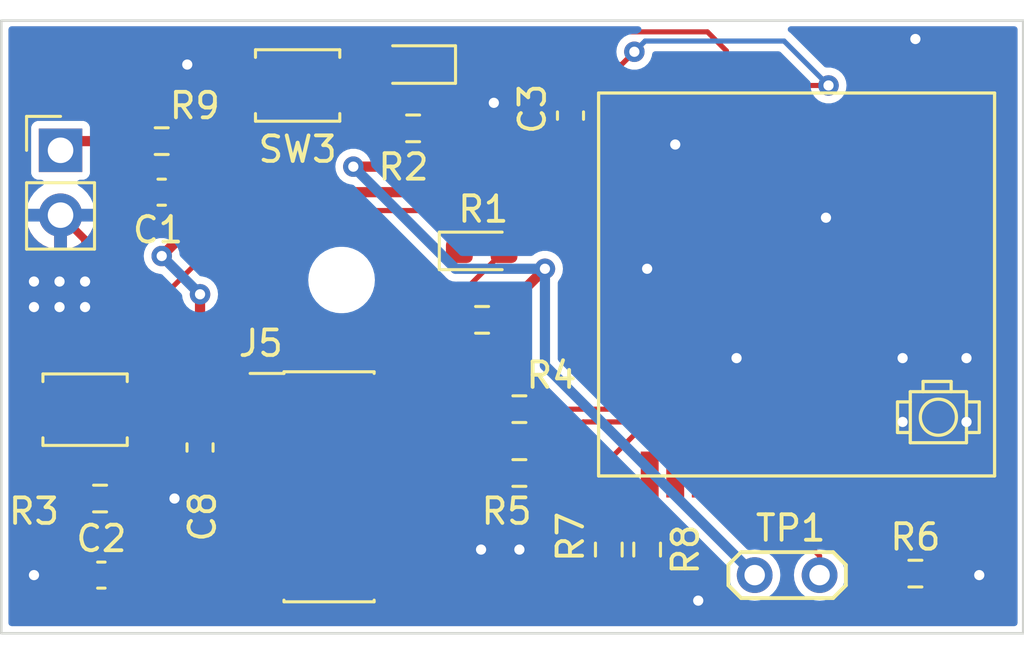
<source format=kicad_pcb>
(kicad_pcb (version 20221018) (generator pcbnew)
  (layers (0 "F.Cu" signal) (31 "B.Cu" signal) (34 "B.Paste" user) (35 "F.Paste" user) (36 "B.SilkS" user "B.Silkscreen") (37 "F.SilkS" user "F.Silkscreen") (38 "B.Mask" user) (39 "F.Mask" user) (44 "Edge.Cuts" user))
  (net 0 "")
  (net 1 "GND")
  (net 2 "3V3")
  (net 3 "/RST")
  (net 6 "Net-(J5-JTMS{slash}SWDIO)")
  (net 7 "Net-(J5-JCLK{slash}SWCLK)")
  (net 13 "Net-(J5-VCP_RX)")
  (net 14 "Net-(J5-VCP_TX)")
  (net 15 "Net-(D2-K)")
  (net 16 "Net-(D2-A)")
  (net 17 "/SWCLK")
  (net 18 "/SWDIO")
  (net 19 "/PA1")
  (net 20 "/RX2")
  (net 21 "/TX2")
  (net 22 "Net-(battery1-+)")
  (net 23 "Net-(U$3-BOOT0)")
  (net 24 "/PA15")
  (net 25 "/TX1")
  (net 26 "/RX1")
  (net 27 "/SCL")
  (net 28 "/SDA")
  (net 30 "/MOSI")
  (net 31 "/MISO")
  (net 32 "/SCK")
  (net 33 "/NSS")
  (net 34 "/PA8")
  (net 35 "Net-(D3-K)")
  (net 36 "Net-(D3-A)")
  (net 37 "/A1")
  (net 38 "/D2")
  (net 39 "/PA0")
  (net 40 "/D4")
  (net 41 "/A3")
  (net 42 "/D3")
  (footprint "Resistor_SMD:R_0603_1608Metric_Pad0.98x0.95mm_HandSolder" (layer "F.Cu") (at 153 99 180)
    (fp_text reference "R5" (at 0.5 -1.5) (layer "F.SilkS"))
    (fp_text value "100")
    (fp_line (start -0.254724 -0.5225) (end 0.254724 -0.5225) (stroke (width 0.12)) (layer "F.SilkS"))
    (fp_line (start -0.254724 0.5225) (end 0.254724 0.5225) (stroke (width 0.12)) (layer "F.SilkS"))
    (pad "1" smd roundrect (at -0.9125 0 180) (size 0.975 0.95) (layers "F.Cu" "F.Paste" "F.Mask") (net 18 "/SWDIO"))
    (pad "2" smd roundrect (at 0.9125 0 180) (size 0.975 0.95) (layers "F.Cu" "F.Paste" "F.Mask") (net 6 "Net-(J5-JTMS{slash}SWDIO)"))
  )
  (footprint "Capacitor_SMD:C_0603_1608Metric_Pad1.08x0.95mm_HandSolder" (layer "F.Cu") (at 140.5 98 -90)
    (fp_text reference "C8" (at 2.710221 -0.095378 90) (layer "F.SilkS"))
    (fp_text value "100nF")
    (fp_line (start -0.146267 -0.51) (end 0.146267 -0.51) (stroke (width 0.12)) (layer "F.SilkS"))
    (fp_line (start -0.146267 0.51) (end 0.146267 0.51) (stroke (width 0.12)) (layer "F.SilkS"))
    (pad "1" smd roundrect (at -0.8625 0 270) (size 1.075 0.95) (layers "F.Cu" "F.Paste" "F.Mask") (net 2 "3V3"))
    (pad "2" smd roundrect (at 0.8625 0 270) (size 1.075 0.95) (layers "F.Cu" "F.Paste" "F.Mask") (net 1 "GND"))
  )
  (footprint "Diode_SMD:D_0603_1608Metric_Pad1.05x0.95mm_HandSolder" (layer "F.Cu") (at 151.525 90.3)
    (fp_text reference "D2" hide)
    (fp_text value "GREEN")
    (fp_line (start -1.66 -0.735) (end -1.66 0.735) (stroke (width 0.12)) (layer "F.SilkS"))
    (fp_line (start -1.66 0.735) (end 0.8 0.735) (stroke (width 0.12)) (layer "F.SilkS"))
    (fp_line (start 0.8 -0.735) (end -1.66 -0.735) (stroke (width 0.12)) (layer "F.SilkS"))
    (pad "1" smd roundrect (at -0.875 0) (size 1.05 0.95) (layers "F.Cu" "F.Paste" "F.Mask") (net 15 "Net-(D2-K)"))
    (pad "2" smd roundrect (at 0.875 0) (size 1.05 0.95) (layers "F.Cu" "F.Paste" "F.Mask") (net 16 "Net-(D2-A)"))
  )
  (footprint "Capacitor_SMD:C_0603_1608Metric_Pad1.08x0.95mm_HandSolder" (layer "F.Cu") (at 139 88)
    (fp_text reference "C1" (at -0.146453 1.47841) (layer "F.SilkS"))
    (fp_text value "10uF")
    (fp_line (start -0.146267 -0.51) (end 0.146267 -0.51) (stroke (width 0.12)) (layer "F.SilkS"))
    (fp_line (start -0.146267 0.51) (end 0.146267 0.51) (stroke (width 0.12)) (layer "F.SilkS"))
    (pad "1" smd roundrect (at -0.8625 0) (size 1.075 0.95) (layers "F.Cu" "F.Paste" "F.Mask") (net 1 "GND"))
    (pad "2" smd roundrect (at 0.8625 0) (size 1.075 0.95) (layers "F.Cu" "F.Paste" "F.Mask") (net 2 "3V3"))
  )
  (footprint "Capacitor_SMD:C_0603_1608Metric_Pad1.08x0.95mm_HandSolder" (layer "F.Cu") (at 136.6375 103)
    (fp_text reference "C2" (at 0 -1.43) (layer "F.SilkS"))
    (fp_text value "100nF")
    (fp_line (start -0.146267 -0.51) (end 0.146267 -0.51) (stroke (width 0.12)) (layer "F.SilkS"))
    (fp_line (start -0.146267 0.51) (end 0.146267 0.51) (stroke (width 0.12)) (layer "F.SilkS"))
    (pad "1" smd roundrect (at -0.8625 0) (size 1.075 0.95) (layers "F.Cu" "F.Paste" "F.Mask") (net 1 "GND"))
    (pad "2" smd roundrect (at 0.8625 0) (size 1.075 0.95) (layers "F.Cu" "F.Paste" "F.Mask") (net 3 "/RST"))
  )
  (footprint "Resistor_SMD:R_0603_1608Metric_Pad0.98x0.95mm_HandSolder" (layer "F.Cu") (at 156.5 102 -90)
    (fp_text reference "R8" (at 0 -3 90) (layer "F.SilkS"))
    (fp_text value "100")
    (fp_line (start -0.254724 -0.5225) (end 0.254724 -0.5225) (stroke (width 0.12)) (layer "F.SilkS"))
    (fp_line (start -0.254724 0.5225) (end 0.254724 0.5225) (stroke (width 0.12)) (layer "F.SilkS"))
    (pad "1" smd roundrect (at -0.9125 0 270) (size 0.975 0.95) (layers "F.Cu" "F.Paste" "F.Mask") (net 21 "/TX2"))
    (pad "2" smd roundrect (at 0.9125 0 270) (size 0.975 0.95) (layers "F.Cu" "F.Paste" "F.Mask") (net 14 "Net-(J5-VCP_TX)"))
  )
  (footprint "TestPoint:TestPoint_2Pads_Pitch2.54mm_Drill0.8mm" (layer "F.Cu") (at 164.75 103 180)
    (fp_text reference "TP1" (at 1.130579 1.839126) (layer "F.SilkS"))
    (fp_text value "TestPoint_2Pole" hide)
    (fp_line (start -1.03 -0.4) (end -0.53 -0.9) (stroke (width 0.15)) (layer "F.SilkS"))
    (fp_line (start -1.03 0.4) (end -1.03 -0.4) (stroke (width 0.15)) (layer "F.SilkS"))
    (fp_line (start -0.53 -0.9) (end 3.07 -0.9) (stroke (width 0.15)) (layer "F.SilkS"))
    (fp_line (start -0.53 0.9) (end -1.03 0.4) (stroke (width 0.15)) (layer "F.SilkS"))
    (fp_line (start 3.07 -0.9) (end 3.57 -0.4) (stroke (width 0.15)) (layer "F.SilkS"))
    (fp_line (start 3.07 0.9) (end -0.53 0.9) (stroke (width 0.15)) (layer "F.SilkS"))
    (fp_line (start 3.57 -0.4) (end 3.57 0.4) (stroke (width 0.15)) (layer "F.SilkS"))
    (fp_line (start 3.57 0.4) (end 3.07 0.9) (stroke (width 0.15)) (layer "F.SilkS"))
    (pad "1" thru_hole circle (at 0 0 180) (size 1.4 1.4) (drill 0.8) (layers "*.Cu" "*.Mask") (net 19 "/PA1"))
    (pad "2" thru_hole circle (at 2.54 0 180) (size 1.4 1.4) (drill 0.8) (layers "*.Cu" "*.Mask") (net 2 "3V3"))
  )
  (footprint "Resistor_SMD:R_0603_1608Metric_Pad0.98x0.95mm_HandSolder" (layer "F.Cu") (at 153 96.5 180)
    (fp_text reference "R4" (at -1.255873 1.325779) (layer "F.SilkS"))
    (fp_text value "100")
    (fp_line (start -0.254724 -0.5225) (end 0.254724 -0.5225) (stroke (width 0.12)) (layer "F.SilkS"))
    (fp_line (start -0.254724 0.5225) (end 0.254724 0.5225) (stroke (width 0.12)) (layer "F.SilkS"))
    (pad "1" smd roundrect (at -0.9125 0 180) (size 0.975 0.95) (layers "F.Cu" "F.Paste" "F.Mask") (net 17 "/SWCLK"))
    (pad "2" smd roundrect (at 0.9125 0 180) (size 0.975 0.95) (layers "F.Cu" "F.Paste" "F.Mask") (net 7 "Net-(J5-JCLK{slash}SWCLK)"))
  )
  (footprint "Diode_SMD:D_0603_1608Metric_Pad1.05x0.95mm_HandSolder" (layer "F.Cu") (at 148.84 83 180)
    (fp_text reference "D3" hide)
    (fp_text value "RED")
    (fp_line (start -1.66 -0.735) (end -1.66 0.735) (stroke (width 0.12)) (layer "F.SilkS"))
    (fp_line (start -1.66 0.735) (end 0.8 0.735) (stroke (width 0.12)) (layer "F.SilkS"))
    (fp_line (start 0.8 -0.735) (end -1.66 -0.735) (stroke (width 0.12)) (layer "F.SilkS"))
    (pad "1" smd roundrect (at -0.875 0 180) (size 1.05 0.95) (layers "F.Cu" "F.Paste" "F.Mask") (net 35 "Net-(D3-K)"))
    (pad "2" smd roundrect (at 0.875 0 180) (size 1.05 0.95) (layers "F.Cu" "F.Paste" "F.Mask") (net 36 "Net-(D3-A)"))
  )
  (footprint "Capacitor_SMD:C_0603_1608Metric_Pad1.08x0.95mm_HandSolder" (layer "F.Cu") (at 155 85 -90)
    (fp_text reference "C3" (at -0.266579 1.491043 90) (layer "F.SilkS"))
    (fp_text value "100nF")
    (fp_line (start -0.146267 -0.51) (end 0.146267 -0.51) (stroke (width 0.12)) (layer "F.SilkS"))
    (fp_line (start -0.146267 0.51) (end 0.146267 0.51) (stroke (width 0.12)) (layer "F.SilkS"))
    (pad "1" smd roundrect (at -0.8625 0 270) (size 1.075 0.95) (layers "F.Cu" "F.Paste" "F.Mask") (net 1 "GND"))
    (pad "2" smd roundrect (at 0.8625 0 270) (size 1.075 0.95) (layers "F.Cu" "F.Paste" "F.Mask") (net 2 "3V3"))
  )
  (footprint "Resistor_SMD:R_0603_1608Metric_Pad0.98x0.95mm_HandSolder" (layer "F.Cu") (at 151.54 93)
    (fp_text reference "R1" (at 0.046936 -4.332443) (layer "F.SilkS"))
    (fp_text value "1K")
    (fp_line (start -0.254724 -0.5225) (end 0.254724 -0.5225) (stroke (width 0.12)) (layer "F.SilkS"))
    (fp_line (start -0.254724 0.5225) (end 0.254724 0.5225) (stroke (width 0.12)) (layer "F.SilkS"))
    (pad "1" smd roundrect (at -0.9125 0) (size 0.975 0.95) (layers "F.Cu" "F.Paste" "F.Mask") (net 16 "Net-(D2-A)"))
    (pad "2" smd roundrect (at 0.9125 0) (size 0.975 0.95) (layers "F.Cu" "F.Paste" "F.Mask") (net 2 "3V3"))
  )
  (footprint "Button_Switch_SMD:SW_SPST_B3U-1000P" (layer "F.Cu") (at 136 96.52)
    (fp_text reference "SW4" hide)
    (fp_text value "RST")
    (fp_line (start -1.65 -1.4) (end 1.65 -1.4) (stroke (width 0.12)) (layer "F.SilkS"))
    (fp_line (start -1.65 -1.1) (end -1.65 -1.4) (stroke (width 0.12)) (layer "F.SilkS"))
    (fp_line (start -1.65 1.1) (end -1.65 1.4) (stroke (width 0.12)) (layer "F.SilkS"))
    (fp_line (start -1.65 1.4) (end 1.65 1.4) (stroke (width 0.12)) (layer "F.SilkS"))
    (fp_line (start 1.65 -1.4) (end 1.65 -1.1) (stroke (width 0.12)) (layer "F.SilkS"))
    (fp_line (start 1.65 1.4) (end 1.65 1.1) (stroke (width 0.12)) (layer "F.SilkS"))
    (pad "1" smd rect (at -1.7 0) (size 0.9 1.7) (layers "F.Cu" "F.Paste" "F.Mask") (net 1 "GND"))
    (pad "2" smd rect (at 1.7 0) (size 0.9 1.7) (layers "F.Cu" "F.Paste" "F.Mask") (net 3 "/RST"))
  )
  (footprint "Library:3drak" (layer "F.Cu") (at 163.835 91.66)
    (fp_text reference "U$3" hide)
    (fp_text value "RAK3172HF" hide)
    (fp_line (start -7.735 -7.545) (end -7.735 7.455) (stroke (width 0.127)) (layer "F.SilkS"))
    (fp_line (start -7.735 7.455) (end 7.765 7.455) (stroke (width 0.127)) (layer "F.SilkS"))
    (fp_line (start 3.965 4.555) (end 4.465 4.555) (stroke (width 0.127)) (layer "F.SilkS"))
    (fp_line (start 3.965 5.755) (end 3.965 4.555) (stroke (width 0.127)) (layer "F.SilkS"))
    (fp_line (start 3.965 5.755) (end 4.465 5.755) (stroke (width 0.127)) (layer "F.SilkS"))
    (fp_line (start 4.465 4.155) (end 4.965 4.155) (stroke (width 0.127)) (layer "F.SilkS"))
    (fp_line (start 4.465 4.555) (end 4.465 4.155) (stroke (width 0.127)) (layer "F.SilkS"))
    (fp_line (start 4.465 5.755) (end 4.465 4.555) (stroke (width 0.127)) (layer "F.SilkS"))
    (fp_line (start 4.465 6.155) (end 4.465 5.755) (stroke (width 0.127)) (layer "F.SilkS"))
    (fp_line (start 4.965 3.755) (end 4.965 4.155) (stroke (width 0.127)) (layer "F.SilkS"))
    (fp_line (start 4.965 4.155) (end 6.065 4.155) (stroke (width 0.127)) (layer "F.SilkS"))
    (fp_line (start 6.065 3.755) (end 4.965 3.755) (stroke (width 0.127)) (layer "F.SilkS"))
    (fp_line (start 6.065 3.755) (end 6.065 4.155) (stroke (width 0.127)) (layer "F.SilkS"))
    (fp_line (start 6.065 4.155) (end 6.665 4.155) (stroke (width 0.127)) (layer "F.SilkS"))
    (fp_line (start 6.665 4.155) (end 6.665 4.555) (stroke (width 0.127)) (layer "F.SilkS"))
    (fp_line (start 6.665 4.555) (end 6.665 5.755) (stroke (width 0.127)) (layer "F.SilkS"))
    (fp_line (start 6.665 4.555) (end 7.165 4.555) (stroke (width 0.127)) (layer "F.SilkS"))
    (fp_line (start 6.665 5.755) (end 6.665 6.155) (stroke (width 0.127)) (layer "F.SilkS"))
    (fp_line (start 6.665 6.155) (end 4.465 6.155) (stroke (width 0.127)) (layer "F.SilkS"))
    (fp_line (start 7.165 4.555) (end 7.165 5.755) (stroke (width 0.127)) (layer "F.SilkS"))
    (fp_line (start 7.165 5.755) (end 6.665 5.755) (stroke (width 0.127)) (layer "F.SilkS"))
    (fp_line (start 7.765 -7.545) (end -7.735 -7.545) (stroke (width 0.127)) (layer "F.SilkS"))
    (fp_line (start 7.765 7.455) (end 7.765 -7.545) (stroke (width 0.127)) (layer "F.SilkS"))
    (fp_circle (center 5.565 5.155) (end 4.857894 5.155) (stroke (width 0.127)) (fill none) (layer "F.SilkS"))
    (pad "1" smd rect (at -5.735 7.4 270) (size 1.8 0.7) (layers "F.Cu" "F.Paste") (net 20 "/RX2"))
    (pad "2" smd rect (at -4.735 7.4 270) (size 1.8 0.7) (layers "F.Cu" "F.Paste") (net 21 "/TX2"))
    (pad "3" smd rect (at -3.735 7.4 270) (size 1.8 0.7) (layers "F.Cu" "F.Paste") (net 24 "/PA15"))
    (pad "4" smd rect (at -2.735 7.4 270) (size 1.8 0.7) (layers "F.Cu" "F.Paste") (net 25 "/TX1"))
    (pad "5" smd rect (at -1.735 7.4 270) (size 1.8 0.7) (layers "F.Cu" "F.Paste") (net 26 "/RX1"))
    (pad "6" smd rect (at -0.735 7.4 270) (size 1.8 0.7) (layers "F.Cu" "F.Paste") (net 19 "/PA1"))
    (pad "7" smd rect (at 0.265 7.4 270) (size 1.8 0.7) (layers "F.Cu" "F.Paste") (net 18 "/SWDIO"))
    (pad "8" smd rect (at 1.265 7.4 270) (size 1.8 0.7) (layers "F.Cu" "F.Paste") (net 17 "/SWCLK"))
    (pad "9" smd rect (at 2.265 7.4 270) (size 1.8 0.7) (layers "F.Cu" "F.Paste") (net 27 "/SCL"))
    (pad "10" smd rect (at 3.265 7.4 270) (size 1.8 0.7) (layers "F.Cu" "F.Paste") (net 28 "/SDA"))
    (pad "11" smd rect (at 4.265 7.4 270) (size 1.8 0.7) (layers "F.Cu" "F.Paste") (net 1 "GND"))
    (pad "12" smd rect (at 5.265 7.4 270) (size 1.8 0.7) (layers "F.Cu" "F.Paste"))
    (pad "13" smd rect (at 7.4 -0.555) (size 1.8 0.7) (layers "F.Cu" "F.Paste") (net 30 "/MOSI"))
    (pad "14" smd rect (at 7.4 -1.555) (size 1.8 0.7) (layers "F.Cu" "F.Paste") (net 31 "/MISO"))
    (pad "15" smd rect (at 7.4 -2.555) (size 1.8 0.7) (layers "F.Cu" "F.Paste") (net 32 "/SCK"))
    (pad "16" smd rect (at 7.4 -3.555) (size 1.8 0.7) (layers "F.Cu" "F.Paste") (net 33 "/NSS"))
    (pad "17" smd rect (at 5.265 -7.4 270) (size 1.8 0.7) (layers "F.Cu" "F.Paste") (net 1 "GND"))
    (pad "18" smd rect (at 4.265 -7.4 270) (size 1.8 0.7) (layers "F.Cu" "F.Paste") (net 1 "GND"))
    (pad "19" smd rect (at 3.265 -7.4 270) (size 1.8 0.7) (layers "F.Cu" "F.Paste") (net 34 "/PA8"))
    (pad "20" smd rect (at -1.735 -7.4 270) (size 1.8 0.7) (layers "F.Cu" "F.Paste") (net 35 "Net-(D3-K)"))
    (pad "21" smd rect (at -2.735 -7.4 270) (size 1.8 0.7) (layers "F.Cu" "F.Paste") (net 23 "Net-(U$3-BOOT0)"))
    (pad "22" smd rect (at -3.735 -7.4 270) (size 1.8 0.7) (layers "F.Cu" "F.Paste") (net 3 "/RST"))
    (pad "23" smd rect (at -4.735 -7.4 270) (size 1.8 0.7) (layers "F.Cu" "F.Paste") (net 1 "GND"))
    (pad "24" smd rect (at -5.735 -7.4 270) (size 1.8 0.7) (layers "F.Cu" "F.Paste") (net 2 "3V3"))
    (pad "25" smd rect (at -7.4 -3.555) (size 1.8 0.7) (layers "F.Cu" "F.Paste") (net 15 "Net-(D2-K)"))
    (pad "26" smd rect (at -7.4 -2.555) (size 1.8 0.7) (layers "F.Cu" "F.Paste") (net 37 "/A1"))
    (pad "27" smd rect (at -7.4 -1.555) (size 1.8 0.7) (layers "F.Cu" "F.Paste") (net 38 "/D2"))
    (pad "28" smd rect (at -7.4 -0.555) (size 1.8 0.7) (layers "F.Cu" "F.Paste") (net 1 "GND"))
    (pad "29" smd rect (at -7.4 0.445) (size 1.8 0.7) (layers "F.Cu" "F.Paste") (net 39 "/PA0"))
    (pad "30" smd rect (at -7.4 1.445) (size 1.8 0.7) (layers "F.Cu" "F.Paste") (net 40 "/D4"))
    (pad "31" smd rect (at -7.4 2.445) (size 1.8 0.7) (layers "F.Cu" "F.Paste") (net 41 "/A3"))
    (pad "32" smd rect (at -7.4 3.445) (size 1.8 0.7) (layers "F.Cu" "F.Paste") (net 42 "/D3"))
  )
  (footprint "Button_Switch_SMD:SW_SPST_B3U-1000P" (layer "F.Cu") (at 144.32 83.82 180)
    (fp_text reference "SW3" (at 0 -2.5) (layer "F.SilkS"))
    (fp_text value "BOOT")
    (fp_line (start -1.65 -1.4) (end 1.65 -1.4) (stroke (width 0.12)) (layer "F.SilkS"))
    (fp_line (start -1.65 -1.1) (end -1.65 -1.4) (stroke (width 0.12)) (layer "F.SilkS"))
    (fp_line (start -1.65 1.1) (end -1.65 1.4) (stroke (width 0.12)) (layer "F.SilkS"))
    (fp_line (start -1.65 1.4) (end 1.65 1.4) (stroke (width 0.12)) (layer "F.SilkS"))
    (fp_line (start 1.65 -1.4) (end 1.65 -1.1) (stroke (width 0.12)) (layer "F.SilkS"))
    (fp_line (start 1.65 1.4) (end 1.65 1.1) (stroke (width 0.12)) (layer "F.SilkS"))
    (pad "1" smd rect (at -1.7 0 180) (size 0.9 1.7) (layers "F.Cu" "F.Paste" "F.Mask") (net 23 "Net-(U$3-BOOT0)"))
    (pad "2" smd rect (at 1.7 0 180) (size 0.9 1.7) (layers "F.Cu" "F.Paste" "F.Mask") (net 2 "3V3"))
  )
  (footprint "Connector_PinHeader_1.27mm:PinHeader_2x07_P1.27mm_Vertical_SMD" (layer "F.Cu") (at 145.55 99.54)
    (fp_text reference "J5" (at -2.672222 -5.616916) (layer "F.SilkS"))
    (fp_text value "Conn_ST_STDC14" hide)
    (fp_line (start -3.09 -4.44) (end -1.765 -4.44) (stroke (width 0.12)) (layer "F.SilkS"))
    (fp_line (start -1.765 -4.505) (end -1.765 -4.44) (stroke (width 0.12)) (layer "F.SilkS"))
    (fp_line (start -1.765 -4.505) (end 1.765 -4.505) (stroke (width 0.12)) (layer "F.SilkS"))
    (fp_line (start -1.765 4.44) (end -1.765 4.505) (stroke (width 0.12)) (layer "F.SilkS"))
    (fp_line (start -1.765 4.505) (end 1.765 4.505) (stroke (width 0.12)) (layer "F.SilkS"))
    (fp_line (start 1.765 -4.505) (end 1.765 -4.44) (stroke (width 0.12)) (layer "F.SilkS"))
    (fp_line (start 1.765 4.44) (end 1.765 4.505) (stroke (width 0.12)) (layer "F.SilkS"))
    (pad "1" smd rect (at -1.95 -3.81) (size 2.4 0.74) (layers "F.Cu" "F.Paste" "F.Mask"))
    (pad "2" smd rect (at 1.95 -3.81) (size 2.4 0.74) (layers "F.Cu" "F.Paste" "F.Mask"))
    (pad "3" smd rect (at -1.95 -2.54) (size 2.4 0.74) (layers "F.Cu" "F.Paste" "F.Mask") (net 2 "3V3"))
    (pad "4" smd rect (at 1.95 -2.54) (size 2.4 0.74) (layers "F.Cu" "F.Paste" "F.Mask") (net 6 "Net-(J5-JTMS{slash}SWDIO)"))
    (pad "5" smd rect (at -1.95 -1.27) (size 2.4 0.74) (layers "F.Cu" "F.Paste" "F.Mask") (net 1 "GND"))
    (pad "6" smd rect (at 1.95 -1.27) (size 2.4 0.74) (layers "F.Cu" "F.Paste" "F.Mask") (net 7 "Net-(J5-JCLK{slash}SWCLK)"))
    (pad "7" smd rect (at -1.95 0) (size 2.4 0.74) (layers "F.Cu" "F.Paste" "F.Mask") (net 1 "GND"))
    (pad "8" smd rect (at 1.95 0) (size 2.4 0.74) (layers "F.Cu" "F.Paste" "F.Mask"))
    (pad "9" smd rect (at -1.95 1.27) (size 2.4 0.74) (layers "F.Cu" "F.Paste" "F.Mask"))
    (pad "10" smd rect (at 1.95 1.27) (size 2.4 0.74) (layers "F.Cu" "F.Paste" "F.Mask"))
    (pad "11" smd rect (at -1.95 2.54) (size 2.4 0.74) (layers "F.Cu" "F.Paste" "F.Mask"))
    (pad "12" smd rect (at 1.95 2.54) (size 2.4 0.74) (layers "F.Cu" "F.Paste" "F.Mask"))
    (pad "13" smd rect (at -1.95 3.81) (size 2.4 0.74) (layers "F.Cu" "F.Paste" "F.Mask") (net 13 "Net-(J5-VCP_RX)"))
    (pad "14" smd rect (at 1.95 3.81) (size 2.4 0.74) (layers "F.Cu" "F.Paste" "F.Mask") (net 14 "Net-(J5-VCP_TX)"))
  )
  (footprint "Resistor_SMD:R_0603_1608Metric_Pad0.98x0.95mm_HandSolder" (layer "F.Cu") (at 168.5 102.940989)
    (fp_text reference "R6" (at 0 -1.43) (layer "F.SilkS"))
    (fp_text value "4.7k")
    (fp_line (start -0.254724 -0.5225) (end 0.254724 -0.5225) (stroke (width 0.12)) (layer "F.SilkS"))
    (fp_line (start -0.254724 0.5225) (end 0.254724 0.5225) (stroke (width 0.12)) (layer "F.SilkS"))
    (pad "1" smd roundrect (at -0.9125 0) (size 0.975 0.95) (layers "F.Cu" "F.Paste" "F.Mask") (net 19 "/PA1"))
    (pad "2" smd roundrect (at 0.9125 0) (size 0.975 0.95) (layers "F.Cu" "F.Paste" "F.Mask") (net 1 "GND"))
  )
  (footprint "Resistor_SMD:R_0603_1608Metric_Pad0.98x0.95mm_HandSolder" (layer "F.Cu") (at 148.84 85.5)
    (fp_text reference "R2" (at -0.376348 1.515821) (layer "F.SilkS"))
    (fp_text value "1K")
    (fp_line (start -0.254724 -0.5225) (end 0.254724 -0.5225) (stroke (width 0.12)) (layer "F.SilkS"))
    (fp_line (start -0.254724 0.5225) (end 0.254724 0.5225) (stroke (width 0.12)) (layer "F.SilkS"))
    (pad "1" smd roundrect (at -0.9125 0) (size 0.975 0.95) (layers "F.Cu" "F.Paste" "F.Mask") (net 36 "Net-(D3-A)"))
    (pad "2" smd roundrect (at 0.9125 0) (size 0.975 0.95) (layers "F.Cu" "F.Paste" "F.Mask") (net 2 "3V3"))
  )
  (footprint "MountingHole:MountingHole_2.1mm" (layer "F.Cu") (at 146.04 91.44)
    (fp_text reference "REF**" hide)
    (fp_text value "MountingHole_2.1mm" hide)
    (pad "" np_thru_hole circle (at 0 0) (size 2 2) (drill 2.1) (layers "F&B.Cu" "*.Mask"))
  )
  (footprint "Resistor_SMD:R_0603_1608Metric_Pad0.98x0.95mm_HandSolder" (layer "F.Cu") (at 136.5875 100 180)
    (fp_text reference "R3" (at 2.5875 -0.5) (layer "F.SilkS"))
    (fp_text value "10K")
    (fp_line (start -0.254724 -0.5225) (end 0.254724 -0.5225) (stroke (width 0.12)) (layer "F.SilkS"))
    (fp_line (start -0.254724 0.5225) (end 0.254724 0.5225) (stroke (width 0.12)) (layer "F.SilkS"))
    (pad "1" smd roundrect (at -0.9125 0 180) (size 0.975 0.95) (layers "F.Cu" "F.Paste" "F.Mask") (net 2 "3V3"))
    (pad "2" smd roundrect (at 0.9125 0 180) (size 0.975 0.95) (layers "F.Cu" "F.Paste" "F.Mask") (net 3 "/RST"))
  )
  (footprint "Connector_PinHeader_2.54mm:PinHeader_1x02_P2.54mm_Vertical" (layer "F.Cu") (at 135.04 86.36)
    (fp_text reference "battery1" hide)
    (fp_text value "AAA")
    (fp_line (start -1.33 -1.33) (end 0 -1.33) (stroke (width 0.12)) (layer "F.SilkS"))
    (fp_line (start -1.33 0) (end -1.33 -1.33) (stroke (width 0.12)) (layer "F.SilkS"))
    (fp_line (start -1.33 1.27) (end -1.33 3.87) (stroke (width 0.12)) (layer "F.SilkS"))
    (fp_line (start -1.33 1.27) (end 1.33 1.27) (stroke (width 0.12)) (layer "F.SilkS"))
    (fp_line (start -1.33 3.87) (end 1.33 3.87) (stroke (width 0.12)) (layer "F.SilkS"))
    (fp_line (start 1.33 1.27) (end 1.33 3.87) (stroke (width 0.12)) (layer "F.SilkS"))
    (pad "1" thru_hole rect (at 0 0) (size 1.7 1.7) (drill 1) (layers "*.Cu" "*.Mask") (net 22 "Net-(battery1-+)"))
    (pad "2" thru_hole oval (at 0 2.54) (size 1.7 1.7) (drill 1) (layers "*.Cu" "*.Mask") (net 1 "GND"))
  )
  (footprint "Resistor_SMD:R_0603_1608Metric_Pad0.98x0.95mm_HandSolder" (layer "F.Cu") (at 139 86 180)
    (fp_text reference "R9" (at -1.295063 1.386706) (layer "F.SilkS"))
    (fp_text value "1")
    (fp_line (start -0.254724 -0.5225) (end 0.254724 -0.5225) (stroke (width 0.12)) (layer "F.SilkS"))
    (fp_line (start -0.254724 0.5225) (end 0.254724 0.5225) (stroke (width 0.12)) (layer "F.SilkS"))
    (pad "1" smd roundrect (at -0.9125 0 180) (size 0.975 0.95) (layers "F.Cu" "F.Paste" "F.Mask") (net 2 "3V3"))
    (pad "2" smd roundrect (at 0.9125 0 180) (size 0.975 0.95) (layers "F.Cu" "F.Paste" "F.Mask") (net 22 "Net-(battery1-+)"))
  )
  (footprint "Resistor_SMD:R_0603_1608Metric_Pad0.98x0.95mm_HandSolder" (layer "F.Cu") (at 158 102 -90)
    (fp_text reference "R7" (at -0.5 3 90) (layer "F.SilkS"))
    (fp_text value "100")
    (fp_line (start -0.254724 -0.5225) (end 0.254724 -0.5225) (stroke (width 0.12)) (layer "F.SilkS"))
    (fp_line (start -0.254724 0.5225) (end 0.254724 0.5225) (stroke (width 0.12)) (layer "F.SilkS"))
    (pad "1" smd roundrect (at -0.9125 0 270) (size 0.975 0.95) (layers "F.Cu" "F.Paste" "F.Mask") (net 20 "/RX2"))
    (pad "2" smd roundrect (at 0.9125 0 270) (size 0.975 0.95) (layers "F.Cu" "F.Paste" "F.Mask") (net 13 "Net-(J5-VCP_RX)"))
  )
  (gr_rect (start 132.72 81.28) (end 172.72 105.28) (stroke (width 0.1)) (fill none) (layer "Edge.Cuts"))
  (segment (start 134.3 96.52) (end 134.3 92.8) (width 0.2) (layer "F.Cu") (net 1))
  (segment (start 140.5 98.8625) (end 141.1375 98.8625) (width 0.2) (layer "F.Cu") (net 1))
  (segment (start 168.1 84.26) (end 168.1 82.4) (width 0.4) (layer "F.Cu") (net 1))
  (segment (start 157.895 91.105) (end 158 91) (width 0.4) (layer "F.Cu") (net 1))
  (segment (start 136 89.86) (end 135.04 88.9) (width 0.305) (layer "F.Cu") (net 1))
  (segment (start 135.435 103) (end 134 103) (width 0.4) (layer "F.Cu") (net 1))
  (segment (start 141.1375 98.8625) (end 141.73 98.27) (width 0.2) (layer "F.Cu") (net 1))
  (segment (start 169.1 84.26) (end 169.1 82.6) (width 0.4) (layer "F.Cu") (net 1))
  (segment (start 170.940989 102.940989) (end 171 103) (width 0.2) (layer "F.Cu") (net 1))
  (segment (start 143.6 99.54) (end 141.815 99.54) (width 0.2) (layer "F.Cu") (net 1))
  (segment (start 141.73 98.27) (end 143.6 98.27) (width 0.2) (layer "F.Cu") (net 1))
  (segment (start 140.5 99) (end 139.5 100) (width 0.2) (layer "F.Cu") (net 1))
  (segment (start 136 91.5) (end 136 89.86) (width 0.305) (layer "F.Cu") (net 1))
  (segment (start 168.1 97.1) (end 168 97) (width 0.4) (layer "F.Cu") (net 1))
  (segment (start 152.3625 84.1375) (end 152 84.5) (width 0.2) (layer "F.Cu") (net 1))
  (segment (start 159.1 86.132831) (end 159.1 84.26) (width 0.4) (layer "F.Cu") (net 1))
  (segment (start 156.435 91.105) (end 157.895 91.105) (width 0.4) (layer "F.Cu") (net 1))
  (segment (start 168.1 99.06) (end 168.1 97.1) (width 0.4) (layer "F.Cu") (net 1))
  (segment (start 134.3 92.8) (end 134 92.5) (width 0.2) (layer "F.Cu") (net 1))
  (segment (start 169.4125 102.940989) (end 170.940989 102.940989) (width 0.2) (layer "F.Cu") (net 1))
  (segment (start 141.815 99.54) (end 141.1375 98.8625) (width 0.2) (layer "F.Cu") (net 1))
  (segment (start 155 84.1375) (end 152.3625 84.1375) (width 0.2) (layer "F.Cu") (net 1))
  (segment (start 138.1375 89.3625) (end 136 91.5) (width 0.305) (layer "F.Cu") (net 1))
  (segment (start 168.1 82.4) (end 168.5 82) (width 0.4) (layer "F.Cu") (net 1))
  (segment (start 169.1 82.6) (end 168.5 82) (width 0.4) (layer "F.Cu") (net 1))
  (segment (start 140.5 98.8625) (end 140.5 99) (width 0.2) (layer "F.Cu") (net 1))
  (segment (start 138.1375 88) (end 138.1375 89.3625) (width 0.305) (layer "F.Cu") (net 1))
  (via (at 159.1 86.132831) (size 0.8) (drill 0.4) (layers "F.Cu" "B.Cu") (net 1))
  (via (at 170.5 97) (size 0.8) (drill 0.4) (layers "F.Cu" "B.Cu") (net 1))
  (via (at 151.5 102) (size 0.8) (drill 0.4) (layers "F.Cu" "B.Cu") (net 1))
  (via (at 171 103) (size 0.8) (drill 0.4) (layers "F.Cu" "B.Cu") (net 1))
  (via (at 170.5 94.5) (size 0.8) (drill 0.4) (layers "F.Cu" "B.Cu") (net 1))
  (via (at 139.5 100) (size 0.8) (drill 0.4) (layers "F.Cu" "B.Cu") (net 1))
  (via (at 136 92.5) (size 0.8) (drill 0.4) (layers "F.Cu" "B.Cu") (net 1))
  (via (at 168.5 82) (size 0.8) (drill 0.4) (layers "F.Cu" "B.Cu") (net 1))
  (via (at 161.5 94.5) (size 0.8) (drill 0.4) (layers "F.Cu" "B.Cu") (net 1))
  (via (at 134 103) (size 0.8) (drill 0.4) (layers "F.Cu" "B.Cu") (net 1))
  (via (at 168 97) (size 0.8) (drill 0.4) (layers "F.Cu" "B.Cu") (net 1))
  (via (at 160 104) (size 0.8) (drill 0.4) (layers "F.Cu" "B.Cu") (net 1))
  (via (at 158 91) (size 0.8) (drill 0.4) (layers "F.Cu" "B.Cu") (net 1))
  (via (at 134 91.5) (size 0.8) (drill 0.4) (layers "F.Cu" "B.Cu") (net 1))
  (via (at 136 91.5) (size 0.8) (drill 0.4) (layers "F.Cu" "B.Cu") (net 1))
  (via (at 135 92.5) (size 0.8) (drill 0.4) (layers "F.Cu" "B.Cu") (net 1))
  (via (at 134 92.5) (size 0.8) (drill 0.4) (layers "F.Cu" "B.Cu") (net 1))
  (via (at 140 83) (size 0.8) (drill 0.4) (layers "F.Cu" "B.Cu") (net 1))
  (via (at 168 94.5) (size 0.8) (drill 0.4) (layers "F.Cu" "B.Cu") (net 1))
  (via (at 152 84.5) (size 0.8) (drill 0.4) (layers "F.Cu" "B.Cu") (net 1))
  (via (at 153 102) (size 0.8) (drill 0.4) (layers "F.Cu" "B.Cu") (net 1))
  (via (at 135 91.5) (size 0.8) (drill 0.4) (layers "F.Cu" "B.Cu") (net 1))
  (via (at 165 89) (size 0.8) (drill 0.4) (layers "F.Cu" "B.Cu") (net 1))
  (segment (start 135.04 91.46) (end 135 91.5) (width 0.305) (layer "B.Cu") (net 1))
  (segment (start 157.6375 85.8625) (end 158.1 85.4) (width 0.4) (layer "F.Cu") (net 2))
  (segment (start 139.8625 88) (end 141 88) (width 0.4) (layer "F.Cu") (net 2))
  (segment (start 142.62 86.38) (end 142.62 83.82) (width 0.4) (layer "F.Cu") (net 2))
  (segment (start 139.8625 89.6375) (end 139.8625 88) (width 0.4) (layer "F.Cu") (net 2))
  (segment (start 139.8625 88) (end 149.5 88) (width 0.4) (layer "F.Cu") (net 2))
  (segment (start 151.6375 85.8625) (end 155 85.8625) (width 0.4) (layer "F.Cu") (net 2))
  (segment (start 152.4525 93) (end 152.4525 92.5475) (width 0.4) (layer "F.Cu") (net 2))
  (segment (start 139 98.5) (end 139 94.5) (width 0.4) (layer "F.Cu") (net 2))
  (segment (start 158.1 85.4) (end 158.1 84.26) (width 0.4) (layer "F.Cu") (net 2))
  (segment (start 140.5 94) (end 140.5 92) (width 0.4) (layer "F.Cu") (net 2))
  (segment (start 141 88) (end 142.62 86.38) (width 0.4) (layer "F.Cu") (net 2))
  (segment (start 139.5 94) (end 140.5 94) (width 0.4) (layer "F.Cu") (net 2))
  (segment (start 149.7525 85.5) (end 151.275 85.5) (width 0.4) (layer "F.Cu") (net 2))
  (segment (start 149.5 88) (end 151.6375 85.8625) (width 0.4) (layer "F.Cu") (net 2))
  (segment (start 139 94.5) (end 139.5 94) (width 0.4) (layer "F.Cu") (net 2))
  (segment (start 151.275 85.5) (end 151.6375 85.8625) (width 0.4) (layer "F.Cu") (net 2))
  (segment (start 143.4625 97.1375) (end 143.6 97) (width 0.4) (layer "F.Cu") (net 2))
  (segment (start 155 85.8625) (end 157.6375 85.8625) (width 0.4) (layer "F.Cu") (net 2))
  (segment (start 152.4525 92.5475) (end 154 91) (width 0.4) (layer "F.Cu") (net 2))
  (segment (start 148.5 87) (end 149.5 88) (width 0.4) (layer "F.Cu") (net 2))
  (segment (start 139.9125 87.95) (end 139.8625 88) (width 0.4) (layer "F.Cu") (net 2))
  (segment (start 137.5 100) (end 139 98.5) (width 0.4) (layer "F.Cu") (net 2))
  (segment (start 139.9125 86) (end 139.9125 87.95) (width 0.4) (layer "F.Cu") (net 2))
  (segment (start 140.5 97.1375) (end 143.4625 97.1375) (width 0.4) (layer "F.Cu") (net 2))
  (segment (start 139 90.5) (end 139.8625 89.6375) (width 0.4) (layer "F.Cu") (net 2))
  (segment (start 146.5 87) (end 148.5 87) (width 0.4) (layer "F.Cu") (net 2))
  (segment (start 140.5 97.1375) (end 140.5 94) (width 0.4) (layer "F.Cu") (net 2))
  (via (at 140.5 92) (size 0.8) (drill 0.4) (layers "F.Cu" "B.Cu") (net 2))
  (via (at 139 90.5) (size 0.8) (drill 0.4) (layers "F.Cu" "B.Cu") (net 2))
  (via (at 154 91) (size 0.8) (drill 0.4) (layers "F.Cu" "B.Cu") (net 2))
  (via (at 146.5 87) (size 0.8) (drill 0.4) (layers "F.Cu" "B.Cu") (net 2))
  (segment (start 139 90.5) (end 140.5 92) (width 0.4) (layer "B.Cu") (net 2))
  (segment (start 154 91) (end 154 94.79) (width 0.4) (layer "B.Cu") (net 2))
  (segment (start 150.5 91) (end 146.5 87) (width 0.4) (layer "B.Cu") (net 2))
  (segment (start 154 91) (end 150.5 91) (width 0.4) (layer "B.Cu") (net 2))
  (segment (start 154 94.79) (end 162.21 103) (width 0.4) (layer "B.Cu") (net 2))
  (segment (start 160.1 86.4) (end 160.1 84.26) (width 0.2) (layer "F.Cu") (net 3))
  (segment (start 137.7 96.52) (end 137.7 93.44) (width 0.2) (layer "F.Cu") (net 3))
  (segment (start 136.875 98.8) (end 137.7 98.8) (width 0.2) (layer "F.Cu") (net 3))
  (segment (start 137.7 93.44) (end 142.419758 88.720242) (width 0.2) (layer "F.Cu") (net 3))
  (segment (start 150.279758 88.720242) (end 152 87) (width 0.2) (layer "F.Cu") (net 3))
  (segment (start 142.419758 88.720242) (end 150.279758 88.720242) (width 0.2) (layer "F.Cu") (net 3))
  (segment (start 152 87) (end 159.5 87) (width 0.2) (layer "F.Cu") (net 3))
  (segment (start 159.5 87) (end 160.1 86.4) (width 0.2) (layer "F.Cu") (net 3))
  (segment (start 137.5 103) (end 137.5 101.825) (width 0.2) (layer "F.Cu") (net 3))
  (segment (start 135.675 100) (end 136.875 98.8) (width 0.2) (layer "F.Cu") (net 3))
  (segment (start 137.5 101.825) (end 135.675 100) (width 0.2) (layer "F.Cu") (net 3))
  (segment (start 137.7 98.8) (end 137.7 93.44) (width 0.2) (layer "F.Cu") (net 3))
  (segment (start 137.16 103) (end 137.5 102.66) (width 0.2) (layer "F.Cu") (net 3))
  (segment (start 150.0875 97) (end 147.5 97) (width 0.2) (layer "F.Cu") (net 6))
  (segment (start 152.0875 99) (end 150.0875 97) (width 0.2) (layer "F.Cu") (net 6))
  (segment (start 145.5 95) (end 145.5 97.5) (width 0.2) (layer "F.Cu") (net 7))
  (segment (start 146.193885 94.306115) (end 145.5 95) (width 0.2) (layer "F.Cu") (net 7))
  (segment (start 145.5 97.5) (end 146.27 98.27) (width 0.2) (layer "F.Cu") (net 7))
  (segment (start 150.806115 94.306115) (end 146.193885 94.306115) (width 0.2) (layer "F.Cu") (net 7))
  (segment (start 146.27 98.27) (end 147.5 98.27) (width 0.2) (layer "F.Cu") (net 7))
  (segment (start 152.0875 95.5875) (end 150.806115 94.306115) (width 0.2) (layer "F.Cu") (net 7))
  (segment (start 152.0875 96.5) (end 152.0875 95.5875) (width 0.2) (layer "F.Cu") (net 7))
  (segment (start 158 102.9125) (end 156.24549 104.66701) (width 0.2) (layer "F.Cu") (net 13))
  (segment (start 144.91701 104.66701) (end 143.6 103.35) (width 0.2) (layer "F.Cu") (net 13))
  (segment (start 156.24549 104.66701) (end 144.91701 104.66701) (width 0.2) (layer "F.Cu") (net 13))
  (segment (start 148.85 103.35) (end 147.5 103.35) (width 0.2) (layer "F.Cu") (net 14))
  (segment (start 156.5 102.9125) (end 155.4125 104) (width 0.2) (layer "F.Cu") (net 14))
  (segment (start 155.4125 104) (end 149.5 104) (width 0.2) (layer "F.Cu") (net 14))
  (segment (start 149.5 104) (end 148.85 103.35) (width 0.2) (layer "F.Cu") (net 14))
  (segment (start 152.845 88.105) (end 156.435 88.105) (width 0.2) (layer "F.Cu") (net 15))
  (segment (start 150.65 90.3) (end 152.845 88.105) (width 0.2) (layer "F.Cu") (net 15))
  (segment (start 152.4 90.3) (end 150.6275 92.0725) (width 0.2) (layer "F.Cu") (net 16))
  (segment (start 150.6275 92.0725) (end 150.6275 93) (width 0.2) (layer "F.Cu") (net 16))
  (segment (start 153.9125 96.5) (end 164 96.5) (width 0.2) (layer "F.Cu") (net 17))
  (segment (start 164 96.5) (end 165.1 97.6) (width 0.2) (layer "F.Cu") (net 17))
  (segment (start 165.1 97.6) (end 165.1 99.06) (width 0.2) (layer "F.Cu") (net 17))
  (segment (start 153.9125 98.5875) (end 155.5 97) (width 0.2) (layer "F.Cu") (net 18))
  (segment (start 153.9125 99) (end 153.9125 98.5875) (width 0.2) (layer "F.Cu") (net 18))
  (segment (start 164 99.16) (end 164.1 99.06) (width 0.2) (layer "F.Cu") (net 18))
  (segment (start 164.1 98.1) (end 164.1 99.06) (width 0.2) (layer "F.Cu") (net 18))
  (segment (start 155.5 97) (end 163 97) (width 0.2) (layer "F.Cu") (net 18))
  (segment (start 163 97) (end 164.1 98.1) (width 0.2) (layer "F.Cu") (net 18))
  (segment (start 163.1 100.6) (end 164 101.5) (width 0.2) (layer "F.Cu") (net 19))
  (segment (start 164 101.5) (end 164.75 102.25) (width 0.2) (layer "F.Cu") (net 19))
  (segment (start 166.146511 101.5) (end 164 101.5) (width 0.2) (layer "F.Cu") (net 19))
  (segment (start 163.1 99.06) (end 163.1 100.6) (width 0.2) (layer "F.Cu") (net 19))
  (segment (start 167.5875 102.940989) (end 166.146511 101.5) (width 0.2) (layer "F.Cu") (net 19))
  (segment (start 164.75 102.25) (end 164.75 103) (width 0.2) (layer "F.Cu") (net 19))
  (segment (start 158 101.0875) (end 158 99.16) (width 0.2) (layer "F.Cu") (net 20))
  (segment (start 157.9125 99.2475) (end 158.1 99.06) (width 0.2) (layer "F.Cu") (net 20))
  (segment (start 158 99.16) (end 158.1 99.06) (width 0.2) (layer "F.Cu") (net 20))
  (segment (start 158.5 97.5) (end 159.1 98.1) (width 0.2) (layer "F.Cu") (net 21))
  (segment (start 156.5 101.0875) (end 156.5 98.5) (width 0.2) (layer "F.Cu") (net 21))
  (segment (start 159.1 98.1) (end 159.1 99.06) (width 0.2) (layer "F.Cu") (net 21))
  (segment (start 156.5 98.5) (end 157.5 97.5) (width 0.2) (layer "F.Cu") (net 21))
  (segment (start 157.5 97.5) (end 158.5 97.5) (width 0.2) (layer "F.Cu") (net 21))
  (segment (start 135.4 86) (end 135.04 86.36) (width 0.4) (layer "F.Cu") (net 22))
  (segment (start 138.0875 86) (end 135.4 86) (width 0.4) (layer "F.Cu") (net 22))
  (segment (start 135.04 86.46) (end 135 86.5) (width 0.4) (layer "F.Cu") (net 22))
  (segment (start 161.1 82.46) (end 161.1 84.26) (width 0.2) (layer "F.Cu") (net 23))
  (segment (start 147.270295 81.719705) (end 160.359705 81.719705) (width 0.2) (layer "F.Cu") (net 23))
  (segment (start 160.359705 81.719705) (end 161.1 82.46) (width 0.2) (layer "F.Cu") (net 23))
  (segment (start 146.02 83.82) (end 146.02 82.97) (width 0.2) (layer "F.Cu") (net 23))
  (segment (start 146.02 82.97) (end 147.270295 81.719705) (width 0.2) (layer "F.Cu") (net 23))
  (segment (start 162.54 83.82) (end 162.1 84.26) (width 0.2) (layer "F.Cu") (net 35))
  (segment (start 157.5 82.5) (end 157 83) (width 0.2) (layer "F.Cu") (net 35))
  (segment (start 165.1 83.82) (end 162.54 83.82) (width 0.2) (layer "F.Cu") (net 35))
  (segment (start 157 83) (end 149.715 83) (width 0.2) (layer "F.Cu") (net 35))
  (via (at 157.5 82.5) (size 0.8) (drill 0.4) (layers "F.Cu" "B.Cu") (net 35))
  (via (at 165.1 83.82) (size 0.8) (drill 0.4) (layers "F.Cu" "B.Cu") (net 35))
  (segment (start 157.9205 82.0795) (end 163.3595 82.0795) (width 0.2) (layer "B.Cu") (net 35))
  (segment (start 157.5 82.5) (end 157.9205 82.0795) (width 0.2) (layer "B.Cu") (net 35))
  (segment (start 163.3595 82.0795) (end 165.1 83.82) (width 0.2) (layer "B.Cu") (net 35))
  (segment (start 147.965 85.4625) (end 147.9275 85.5) (width 0.2) (layer "F.Cu") (net 36))
  (segment (start 147.965 83) (end 147.965 85.4625) (width 0.2) (layer "F.Cu") (net 36))
  (zone (net 1) (net_name "GND") (layer "F.Cu") (priority 1) (connect_pads (clearance 0.5)) (min_thickness 0.25) (fill yes (thermal_gap 0.5) (thermal_bridge_width 0.5))
    (polygon (pts (xy 133.5 87.5) (xy 136.5 87.5) (xy 136.5 93) (xy 133.5 93)))
  )
  (zone (net 1) (net_name "GND") (layer "B.Cu") (connect_pads (clearance 0.3)) (min_thickness 0.25) (fill yes (thermal_gap 0.5) (thermal_bridge_width 0.5))
    (polygon (pts (xy 172.5 81.5) (xy 133 81.5) (xy 133 105) (xy 172.5 105)))
  )
)
</source>
